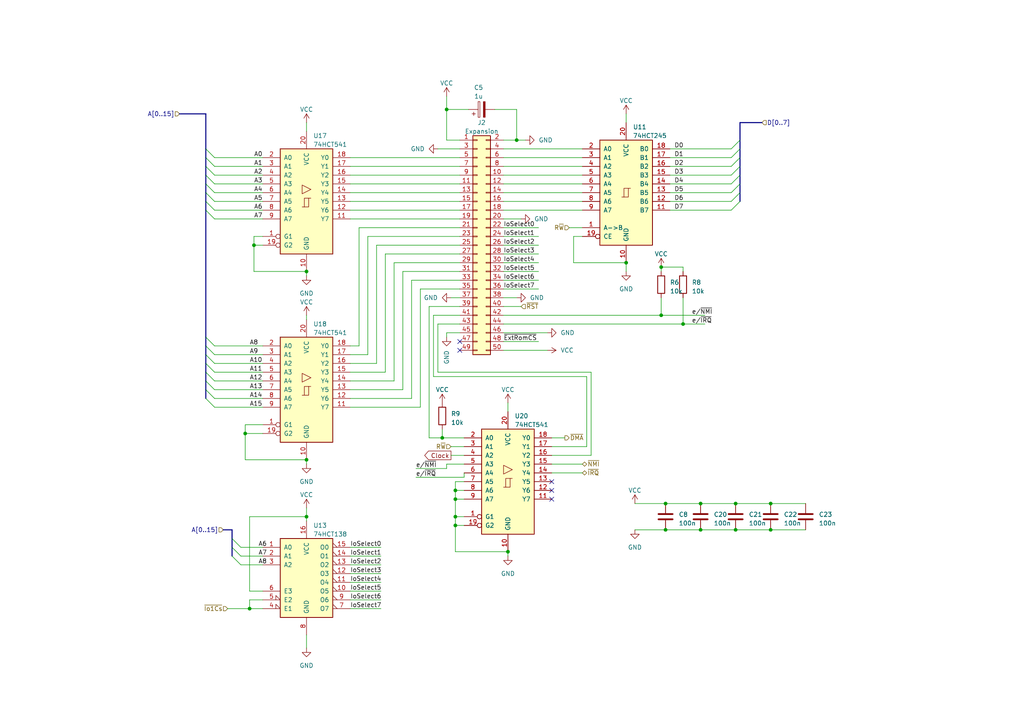
<source format=kicad_sch>
(kicad_sch (version 20231120) (generator "eeschema") (generator_version "8.0")
  (paper "A4")
  (lib_symbols
    (symbol "74xx:74HCT541" (pin_names (offset 1.016))
      (property "Reference" "U" (at -7.62 16.51 0))
      (property "Value" "74HCT541" (at -7.62 -16.51 0))
      (symbol "74HCT541_1_0"
        (polyline (pts (xy -0.635 -1.6002) (xy -0.635 0.9398) (xy 0.635 0.9398)))
        (polyline (pts (xy -1.27 -1.6002) (xy 0.635 -1.6002) (xy 0.635 0.9398) (xy 1.27 0.9398)))
        (polyline (pts (xy 1.27 3.4798) (xy -1.27 4.7498) (xy -1.27 2.2098) (xy 1.27 3.4798)) (stroke (width 0.1524)))
        (pin input inverted (at -12.7 -10.16 0) (length 5.08) (name "G1") (number "1"))
        (pin power_in line (at 0 -20.32 90) (length 5.08) (name "GND") (number "10"))
        (pin tri_state line (at 12.7 -5.08 180) (length 5.08) (name "Y7") (number "11"))
        (pin tri_state line (at 12.7 -2.54 180) (length 5.08) (name "Y6") (number "12"))
        (pin tri_state line (at 12.7 0 180) (length 5.08) (name "Y5") (number "13"))
        (pin tri_state line (at 12.7 2.54 180) (length 5.08) (name "Y4") (number "14"))
        (pin tri_state line (at 12.7 5.08 180) (length 5.08) (name "Y3") (number "15"))
        (pin tri_state line (at 12.7 7.62 180) (length 5.08) (name "Y2") (number "16"))
        (pin tri_state line (at 12.7 10.16 180) (length 5.08) (name "Y1") (number "17"))
        (pin tri_state line (at 12.7 12.7 180) (length 5.08) (name "Y0") (number "18"))
        (pin input inverted (at -12.7 -12.7 0) (length 5.08) (name "G2") (number "19"))
        (pin input line (at -12.7 12.7 0) (length 5.08) (name "A0") (number "2"))
        (pin power_in line (at 0 20.32 270) (length 5.08) (name "VCC") (number "20"))
        (pin input line (at -12.7 10.16 0) (length 5.08) (name "A1") (number "3"))
        (pin input line (at -12.7 7.62 0) (length 5.08) (name "A2") (number "4"))
        (pin input line (at -12.7 5.08 0) (length 5.08) (name "A3") (number "5"))
        (pin input line (at -12.7 2.54 0) (length 5.08) (name "A4") (number "6"))
        (pin input line (at -12.7 0 0) (length 5.08) (name "A5") (number "7"))
        (pin input line (at -12.7 -2.54 0) (length 5.08) (name "A6") (number "8"))
        (pin input line (at -12.7 -5.08 0) (length 5.08) (name "A7") (number "9"))
      )
      (symbol "74HCT541_1_1"
        (rectangle (start -7.62 15.24) (end 7.62 -15.24) (stroke (width 0.254)) (fill (type background)))
      )
    )
    (symbol "74xx:74LS138" (pin_names (offset 1.016))
      (property "Reference" "U" (at -7.62 11.43 0))
      (property "Value" "74LS138" (at -7.62 -13.97 0))
      (symbol "74LS138_1_0"
        (pin input line (at -12.7 7.62 0) (length 5.08) (name "A0") (number "1"))
        (pin output output_low (at 12.7 -5.08 180) (length 5.08) (name "O5") (number "10"))
        (pin output output_low (at 12.7 -2.54 180) (length 5.08) (name "O4") (number "11"))
        (pin output output_low (at 12.7 0 180) (length 5.08) (name "O3") (number "12"))
        (pin output output_low (at 12.7 2.54 180) (length 5.08) (name "O2") (number "13"))
        (pin output output_low (at 12.7 5.08 180) (length 5.08) (name "O1") (number "14"))
        (pin output output_low (at 12.7 7.62 180) (length 5.08) (name "O0") (number "15"))
        (pin power_in line (at 0 15.24 270) (length 5.08) (name "VCC") (number "16"))
        (pin input line (at -12.7 5.08 0) (length 5.08) (name "A1") (number "2"))
        (pin input line (at -12.7 2.54 0) (length 5.08) (name "A2") (number "3"))
        (pin input input_low (at -12.7 -10.16 0) (length 5.08) (name "E1") (number "4"))
        (pin input input_low (at -12.7 -7.62 0) (length 5.08) (name "E2") (number "5"))
        (pin input line (at -12.7 -5.08 0) (length 5.08) (name "E3") (number "6"))
        (pin output output_low (at 12.7 -10.16 180) (length 5.08) (name "O7") (number "7"))
        (pin power_in line (at 0 -17.78 90) (length 5.08) (name "GND") (number "8"))
        (pin output output_low (at 12.7 -7.62 180) (length 5.08) (name "O6") (number "9"))
      )
      (symbol "74LS138_1_1"
        (rectangle (start -7.62 10.16) (end 7.62 -12.7) (stroke (width 0.254)) (fill (type background)))
      )
    )
    (symbol "74xx:74LS245" (pin_names (offset 1.016))
      (property "Reference" "U" (at -7.62 16.51 0))
      (property "Value" "74LS245" (at -7.62 -16.51 0))
      (symbol "74LS245_1_0"
        (polyline (pts (xy -0.635 -1.27) (xy -0.635 1.27) (xy 0.635 1.27)))
        (polyline (pts (xy -1.27 -1.27) (xy 0.635 -1.27) (xy 0.635 1.27) (xy 1.27 1.27)))
        (pin input line (at -12.7 -10.16 0) (length 5.08) (name "A->B") (number "1"))
        (pin power_in line (at 0 -20.32 90) (length 5.08) (name "GND") (number "10"))
        (pin tri_state line (at 12.7 -5.08 180) (length 5.08) (name "B7") (number "11"))
        (pin tri_state line (at 12.7 -2.54 180) (length 5.08) (name "B6") (number "12"))
        (pin tri_state line (at 12.7 0 180) (length 5.08) (name "B5") (number "13"))
        (pin tri_state line (at 12.7 2.54 180) (length 5.08) (name "B4") (number "14"))
        (pin tri_state line (at 12.7 5.08 180) (length 5.08) (name "B3") (number "15"))
        (pin tri_state line (at 12.7 7.62 180) (length 5.08) (name "B2") (number "16"))
        (pin tri_state line (at 12.7 10.16 180) (length 5.08) (name "B1") (number "17"))
        (pin tri_state line (at 12.7 12.7 180) (length 5.08) (name "B0") (number "18"))
        (pin input inverted (at -12.7 -12.7 0) (length 5.08) (name "CE") (number "19"))
        (pin tri_state line (at -12.7 12.7 0) (length 5.08) (name "A0") (number "2"))
        (pin power_in line (at 0 20.32 270) (length 5.08) (name "VCC") (number "20"))
        (pin tri_state line (at -12.7 10.16 0) (length 5.08) (name "A1") (number "3"))
        (pin tri_state line (at -12.7 7.62 0) (length 5.08) (name "A2") (number "4"))
        (pin tri_state line (at -12.7 5.08 0) (length 5.08) (name "A3") (number "5"))
        (pin tri_state line (at -12.7 2.54 0) (length 5.08) (name "A4") (number "6"))
        (pin tri_state line (at -12.7 0 0) (length 5.08) (name "A5") (number "7"))
        (pin tri_state line (at -12.7 -2.54 0) (length 5.08) (name "A6") (number "8"))
        (pin tri_state line (at -12.7 -5.08 0) (length 5.08) (name "A7") (number "9"))
      )
      (symbol "74LS245_1_1"
        (rectangle (start -7.62 15.24) (end 7.62 -15.24) (stroke (width 0.254)) (fill (type background)))
      )
    )
    (symbol "Connector_Generic:Conn_02x25_Odd_Even" (pin_names (offset 1.016) hide)
      (property "Reference" "J" (at 1.27 33.02 0))
      (property "Value" "Conn_02x25_Odd_Even" (at 1.27 -33.02 0))
      (symbol "Conn_02x25_Odd_Even_1_1"
        (rectangle (start -1.27 -30.353) (end 0 -30.607) (stroke (width 0.1524)))
        (rectangle (start -1.27 -27.813) (end 0 -28.067) (stroke (width 0.1524)))
        (rectangle (start -1.27 -25.273) (end 0 -25.527) (stroke (width 0.1524)))
        (rectangle (start -1.27 -22.733) (end 0 -22.987) (stroke (width 0.1524)))
        (rectangle (start -1.27 -20.193) (end 0 -20.447) (stroke (width 0.1524)))
        (rectangle (start -1.27 -17.653) (end 0 -17.907) (stroke (width 0.1524)))
        (rectangle (start -1.27 -15.113) (end 0 -15.367) (stroke (width 0.1524)))
        (rectangle (start -1.27 -12.573) (end 0 -12.827) (stroke (width 0.1524)))
        (rectangle (start -1.27 -10.033) (end 0 -10.287) (stroke (width 0.1524)))
        (rectangle (start -1.27 -7.493) (end 0 -7.747) (stroke (width 0.1524)))
        (rectangle (start -1.27 -4.953) (end 0 -5.207) (stroke (width 0.1524)))
        (rectangle (start -1.27 -2.413) (end 0 -2.667) (stroke (width 0.1524)))
        (rectangle (start -1.27 0.127) (end 0 -0.127) (stroke (width 0.1524)))
        (rectangle (start -1.27 2.667) (end 0 2.413) (stroke (width 0.1524)))
        (rectangle (start -1.27 5.207) (end 0 4.953) (stroke (width 0.1524)))
        (rectangle (start -1.27 7.747) (end 0 7.493) (stroke (width 0.1524)))
        (rectangle (start -1.27 10.287) (end 0 10.033) (stroke (width 0.1524)))
        (rectangle (start -1.27 12.827) (end 0 12.573) (stroke (width 0.1524)))
        (rectangle (start -1.27 15.367) (end 0 15.113) (stroke (width 0.1524)))
        (rectangle (start -1.27 17.907) (end 0 17.653) (stroke (width 0.1524)))
        (rectangle (start -1.27 20.447) (end 0 20.193) (stroke (width 0.1524)))
        (rectangle (start -1.27 22.987) (end 0 22.733) (stroke (width 0.1524)))
        (rectangle (start -1.27 25.527) (end 0 25.273) (stroke (width 0.1524)))
        (rectangle (start -1.27 28.067) (end 0 27.813) (stroke (width 0.1524)))
        (rectangle (start -1.27 30.607) (end 0 30.353) (stroke (width 0.1524)))
        (rectangle (start -1.27 31.75) (end 3.81 -31.75) (stroke (width 0.254)) (fill (type background)))
        (rectangle (start 3.81 -30.353) (end 2.54 -30.607) (stroke (width 0.1524)))
        (rectangle (start 3.81 -27.813) (end 2.54 -28.067) (stroke (width 0.1524)))
        (rectangle (start 3.81 -25.273) (end 2.54 -25.527) (stroke (width 0.1524)))
        (rectangle (start 3.81 -22.733) (end 2.54 -22.987) (stroke (width 0.1524)))
        (rectangle (start 3.81 -20.193) (end 2.54 -20.447) (stroke (width 0.1524)))
        (rectangle (start 3.81 -17.653) (end 2.54 -17.907) (stroke (width 0.1524)))
        (rectangle (start 3.81 -15.113) (end 2.54 -15.367) (stroke (width 0.1524)))
        (rectangle (start 3.81 -12.573) (end 2.54 -12.827) (stroke (width 0.1524)))
        (rectangle (start 3.81 -10.033) (end 2.54 -10.287) (stroke (width 0.1524)))
        (rectangle (start 3.81 -7.493) (end 2.54 -7.747) (stroke (width 0.1524)))
        (rectangle (start 3.81 -4.953) (end 2.54 -5.207) (stroke (width 0.1524)))
        (rectangle (start 3.81 -2.413) (end 2.54 -2.667) (stroke (width 0.1524)))
        (rectangle (start 3.81 0.127) (end 2.54 -0.127) (stroke (width 0.1524)))
        (rectangle (start 3.81 2.667) (end 2.54 2.413) (stroke (width 0.1524)))
        (rectangle (start 3.81 5.207) (end 2.54 4.953) (stroke (width 0.1524)))
        (rectangle (start 3.81 7.747) (end 2.54 7.493) (stroke (width 0.1524)))
        (rectangle (start 3.81 10.287) (end 2.54 10.033) (stroke (width 0.1524)))
        (rectangle (start 3.81 12.827) (end 2.54 12.573) (stroke (width 0.1524)))
        (rectangle (start 3.81 15.367) (end 2.54 15.113) (stroke (width 0.1524)))
        (rectangle (start 3.81 17.907) (end 2.54 17.653) (stroke (width 0.1524)))
        (rectangle (start 3.81 20.447) (end 2.54 20.193) (stroke (width 0.1524)))
        (rectangle (start 3.81 22.987) (end 2.54 22.733) (stroke (width 0.1524)))
        (rectangle (start 3.81 25.527) (end 2.54 25.273) (stroke (width 0.1524)))
        (rectangle (start 3.81 28.067) (end 2.54 27.813) (stroke (width 0.1524)))
        (rectangle (start 3.81 30.607) (end 2.54 30.353) (stroke (width 0.1524)))
        (pin passive line (at -5.08 30.48 0) (length 3.81) (name "Pin_1") (number "1"))
        (pin passive line (at 7.62 20.32 180) (length 3.81) (name "Pin_10") (number "10"))
        (pin passive line (at -5.08 17.78 0) (length 3.81) (name "Pin_11") (number "11"))
        (pin passive line (at 7.62 17.78 180) (length 3.81) (name "Pin_12") (number "12"))
        (pin passive line (at -5.08 15.24 0) (length 3.81) (name "Pin_13") (number "13"))
        (pin passive line (at 7.62 15.24 180) (length 3.81) (name "Pin_14") (number "14"))
        (pin passive line (at -5.08 12.7 0) (length 3.81) (name "Pin_15") (number "15"))
        (pin passive line (at 7.62 12.7 180) (length 3.81) (name "Pin_16") (number "16"))
        (pin passive line (at -5.08 10.16 0) (length 3.81) (name "Pin_17") (number "17"))
        (pin passive line (at 7.62 10.16 180) (length 3.81) (name "Pin_18") (number "18"))
        (pin passive line (at -5.08 7.62 0) (length 3.81) (name "Pin_19") (number "19"))
        (pin passive line (at 7.62 30.48 180) (length 3.81) (name "Pin_2") (number "2"))
        (pin passive line (at 7.62 7.62 180) (length 3.81) (name "Pin_20") (number "20"))
        (pin passive line (at -5.08 5.08 0) (length 3.81) (name "Pin_21") (number "21"))
        (pin passive line (at 7.62 5.08 180) (length 3.81) (name "Pin_22") (number "22"))
        (pin passive line (at -5.08 2.54 0) (length 3.81) (name "Pin_23") (number "23"))
        (pin passive line (at 7.62 2.54 180) (length 3.81) (name "Pin_24") (number "24"))
        (pin passive line (at -5.08 0 0) (length 3.81) (name "Pin_25") (number "25"))
        (pin passive line (at 7.62 0 180) (length 3.81) (name "Pin_26") (number "26"))
        (pin passive line (at -5.08 -2.54 0) (length 3.81) (name "Pin_27") (number "27"))
        (pin passive line (at 7.62 -2.54 180) (length 3.81) (name "Pin_28") (number "28"))
        (pin passive line (at -5.08 -5.08 0) (length 3.81) (name "Pin_29") (number "29"))
        (pin passive line (at -5.08 27.94 0) (length 3.81) (name "Pin_3") (number "3"))
        (pin passive line (at 7.62 -5.08 180) (length 3.81) (name "Pin_30") (number "30"))
        (pin passive line (at -5.08 -7.62 0) (length 3.81) (name "Pin_31") (number "31"))
        (pin passive line (at 7.62 -7.62 180) (length 3.81) (name "Pin_32") (number "32"))
        (pin passive line (at -5.08 -10.16 0) (length 3.81) (name "Pin_33") (number "33"))
        (pin passive line (at 7.62 -10.16 180) (length 3.81) (name "Pin_34") (number "34"))
        (pin passive line (at -5.08 -12.7 0) (length 3.81) (name "Pin_35") (number "35"))
        (pin passive line (at 7.62 -12.7 180) (length 3.81) (name "Pin_36") (number "36"))
        (pin passive line (at -5.08 -15.24 0) (length 3.81) (name "Pin_37") (number "37"))
        (pin passive line (at 7.62 -15.24 180) (length 3.81) (name "Pin_38") (number "38"))
        (pin passive line (at -5.08 -17.78 0) (length 3.81) (name "Pin_39") (number "39"))
        (pin passive line (at 7.62 27.94 180) (length 3.81) (name "Pin_4") (number "4"))
        (pin passive line (at 7.62 -17.78 180) (length 3.81) (name "Pin_40") (number "40"))
        (pin passive line (at -5.08 -20.32 0) (length 3.81) (name "Pin_41") (number "41"))
        (pin passive line (at 7.62 -20.32 180) (length 3.81) (name "Pin_42") (number "42"))
        (pin passive line (at -5.08 -22.86 0) (length 3.81) (name "Pin_43") (number "43"))
        (pin passive line (at 7.62 -22.86 180) (length 3.81) (name "Pin_44") (number "44"))
        (pin passive line (at -5.08 -25.4 0) (length 3.81) (name "Pin_45") (number "45"))
        (pin passive line (at 7.62 -25.4 180) (length 3.81) (name "Pin_46") (number "46"))
        (pin passive line (at -5.08 -27.94 0) (length 3.81) (name "Pin_47") (number "47"))
        (pin passive line (at 7.62 -27.94 180) (length 3.81) (name "Pin_48") (number "48"))
        (pin passive line (at -5.08 -30.48 0) (length 3.81) (name "Pin_49") (number "49"))
        (pin passive line (at -5.08 25.4 0) (length 3.81) (name "Pin_5") (number "5"))
        (pin passive line (at 7.62 -30.48 180) (length 3.81) (name "Pin_50") (number "50"))
        (pin passive line (at 7.62 25.4 180) (length 3.81) (name "Pin_6") (number "6"))
        (pin passive line (at -5.08 22.86 0) (length 3.81) (name "Pin_7") (number "7"))
        (pin passive line (at 7.62 22.86 180) (length 3.81) (name "Pin_8") (number "8"))
        (pin passive line (at -5.08 20.32 0) (length 3.81) (name "Pin_9") (number "9"))
      )
    )
    (symbol "Device:C" (pin_numbers hide) (pin_names (offset 0.254))
      (property "Reference" "C" (at 0.635 2.54 0))
      (property "Value" "C" (at 0.635 -2.54 0))
      (symbol "C_0_1"
        (polyline (pts (xy -2.032 -0.762) (xy 2.032 -0.762)) (stroke (width 0.508)))
        (polyline (pts (xy -2.032 0.762) (xy 2.032 0.762)) (stroke (width 0.508)))
      )
      (symbol "C_1_1"
        (pin passive line (at 0 3.81 270) (length 2.794) (name "~") (number "1"))
        (pin passive line (at 0 -3.81 90) (length 2.794) (name "~") (number "2"))
      )
    )
    (symbol "Device:C_Polarized" (pin_numbers hide) (pin_names (offset 0.254))
      (property "Reference" "C" (at 0.635 2.54 0))
      (property "Value" "C_Polarized" (at 0.635 -2.54 0))
      (symbol "C_Polarized_0_1"
        (rectangle (start -2.286 0.508) (end 2.286 1.016))
        (polyline (pts (xy -1.778 2.286) (xy -0.762 2.286)))
        (polyline (pts (xy -1.27 2.794) (xy -1.27 1.778)))
        (rectangle (start 2.286 -0.508) (end -2.286 -1.016) (fill (type outline)))
      )
      (symbol "C_Polarized_1_1"
        (pin passive line (at 0 3.81 270) (length 2.794) (name "~") (number "1"))
        (pin passive line (at 0 -3.81 90) (length 2.794) (name "~") (number "2"))
      )
    )
    (symbol "Device:R" (pin_numbers hide) (pin_names (offset 0))
      (property "Reference" "R" (at 2.032 0 90))
      (property "Value" "R" (at 0 0 90))
      (symbol "R_0_1"
        (rectangle (start -1.016 -2.54) (end 1.016 2.54) (stroke (width 0.254)))
      )
      (symbol "R_1_1"
        (pin passive line (at 0 3.81 270) (length 1.27) (name "~") (number "1"))
        (pin passive line (at 0 -3.81 90) (length 1.27) (name "~") (number "2"))
      )
    )
    (symbol "power:GND" (power) (pin_names (offset 0))
      (property "Value" "GND" (at 0 -3.81 0))
      (symbol "GND_0_1"
        (polyline (pts (xy 0 0) (xy 0 -1.27) (xy 1.27 -1.27) (xy 0 -2.54) (xy -1.27 -1.27) (xy 0 -1.27)))
      )
      (symbol "GND_1_1"
        (pin power_in line (at 0 0 270) (length 0) hide (name "GND") (number "1"))
      )
    )
    (symbol "power:VCC" (power) (pin_names (offset 0))
      (property "Value" "VCC" (at 0 3.81 0))
      (symbol "VCC_0_1"
        (polyline (pts (xy -0.762 1.27) (xy 0 2.54)))
        (polyline (pts (xy 0 0) (xy 0 2.54)))
        (polyline (pts (xy 0 2.54) (xy 0.762 1.27)))
      )
      (symbol "VCC_1_1"
        (pin power_in line (at 0 0 90) (length 0) hide (name "VCC") (number "1"))
      )
    )
  )
  (junction (at 223.52 153.67))
  (junction (at 193.04 146.05))
  (junction (at 132.08 152.4))
  (junction (at 149.86 40.64))
  (junction (at 191.77 91.44))
  (junction (at 213.36 146.05))
  (junction (at 213.36 153.67))
  (junction (at 73.66 71.12))
  (junction (at 132.08 142.24))
  (junction (at 88.9 78.74))
  (junction (at 181.61 76.2))
  (junction (at 191.77 77.47))
  (junction (at 129.54 31.75))
  (junction (at 71.12 125.73))
  (junction (at 203.2 153.67))
  (junction (at 88.9 133.35))
  (junction (at 193.04 153.67))
  (junction (at 128.27 127))
  (junction (at 132.08 144.78))
  (junction (at 147.32 160.02))
  (junction (at 88.9 149.86))
  (junction (at 72.39 176.53))
  (junction (at 223.52 146.05))
  (junction (at 203.2 146.05))
  (junction (at 132.08 149.86))
  (junction (at 198.12 93.98))
  (no_connect (at 160.02 144.78))
  (no_connect (at 160.02 142.24))
  (no_connect (at 133.35 99.06))
  (no_connect (at 160.02 139.7))
  (no_connect (at 133.35 101.6))
  (bus_entry (at 214.63 40.64) (size -2.54 2.54))
  (bus_entry (at 59.69 102.87) (size 2.54 2.54))
  (bus_entry (at 59.69 100.33) (size 2.54 2.54))
  (bus_entry (at 59.69 107.95) (size 2.54 2.54))
  (bus_entry (at 59.69 48.26) (size 2.54 2.54))
  (bus_entry (at 214.63 50.8) (size -2.54 2.54))
  (bus_entry (at 214.63 43.18) (size -2.54 2.54))
  (bus_entry (at 214.63 53.34) (size -2.54 2.54))
  (bus_entry (at 59.69 50.8) (size 2.54 2.54))
  (bus_entry (at 59.69 110.49) (size 2.54 2.54))
  (bus_entry (at 59.69 58.42) (size 2.54 2.54))
  (bus_entry (at 59.69 45.72) (size 2.54 2.54))
  (bus_entry (at 67.31 156.21) (size 2.54 2.54))
  (bus_entry (at 214.63 48.26) (size -2.54 2.54))
  (bus_entry (at 59.69 60.96) (size 2.54 2.54))
  (bus_entry (at 214.63 45.72) (size -2.54 2.54))
  (bus_entry (at 59.69 115.57) (size 2.54 2.54))
  (bus_entry (at 67.31 158.75) (size 2.54 2.54))
  (bus_entry (at 59.69 105.41) (size 2.54 2.54))
  (bus_entry (at 59.69 43.18) (size 2.54 2.54))
  (bus_entry (at 67.31 161.29) (size 2.54 2.54))
  (bus_entry (at 214.63 58.42) (size -2.54 2.54))
  (bus_entry (at 59.69 53.34) (size 2.54 2.54))
  (bus_entry (at 59.69 97.79) (size 2.54 2.54))
  (bus_entry (at 214.63 55.88) (size -2.54 2.54))
  (bus_entry (at 59.69 113.03) (size 2.54 2.54))
  (bus_entry (at 59.69 55.88) (size 2.54 2.54))
  (wire (pts (xy 191.77 86.36) (xy 191.77 91.44)))
  (wire (pts (xy 71.12 125.73) (xy 71.12 133.35)))
  (wire (pts (xy 101.6 55.88) (xy 133.35 55.88)))
  (wire (pts (xy 71.12 123.19) (xy 71.12 125.73)))
  (wire (pts (xy 132.08 142.24) (xy 132.08 144.78)))
  (wire (pts (xy 168.91 134.62) (xy 160.02 134.62)))
  (wire (pts (xy 128.27 127) (xy 134.62 127)))
  (wire (pts (xy 76.2 123.19) (xy 71.12 123.19)))
  (wire (pts (xy 119.38 81.28) (xy 119.38 115.57)))
  (wire (pts (xy 62.23 110.49) (xy 76.2 110.49)))
  (wire (pts (xy 132.08 139.7) (xy 132.08 142.24)))
  (wire (pts (xy 109.22 105.41) (xy 109.22 71.12)))
  (wire (pts (xy 62.23 115.57) (xy 76.2 115.57)))
  (wire (pts (xy 160.02 132.08) (xy 171.45 132.08)))
  (wire (pts (xy 146.05 81.28) (xy 156.21 81.28)))
  (bus (pts (xy 59.69 48.26) (xy 59.69 50.8)))
  (wire (pts (xy 76.2 173.99) (xy 72.39 173.99)))
  (wire (pts (xy 146.05 71.12) (xy 156.21 71.12)))
  (wire (pts (xy 101.6 118.11) (xy 121.92 118.11)))
  (wire (pts (xy 72.39 149.86) (xy 88.9 149.86)))
  (bus (pts (xy 59.69 105.41) (xy 59.69 107.95)))
  (wire (pts (xy 101.6 161.29) (xy 110.49 161.29)))
  (wire (pts (xy 191.77 78.74) (xy 191.77 77.47)))
  (wire (pts (xy 69.85 163.83) (xy 76.2 163.83)))
  (wire (pts (xy 203.2 153.67) (xy 213.36 153.67)))
  (wire (pts (xy 62.23 50.8) (xy 76.2 50.8)))
  (wire (pts (xy 146.05 43.18) (xy 168.91 43.18)))
  (bus (pts (xy 59.69 53.34) (xy 59.69 55.88)))
  (wire (pts (xy 62.23 107.95) (xy 76.2 107.95)))
  (wire (pts (xy 101.6 113.03) (xy 116.84 113.03)))
  (bus (pts (xy 214.63 43.18) (xy 214.63 45.72)))
  (wire (pts (xy 151.13 88.9) (xy 146.05 88.9)))
  (wire (pts (xy 146.05 60.96) (xy 168.91 60.96)))
  (wire (pts (xy 149.86 31.75) (xy 149.86 40.64)))
  (wire (pts (xy 129.54 97.79) (xy 129.54 96.52)))
  (wire (pts (xy 193.04 153.67) (xy 203.2 153.67)))
  (wire (pts (xy 73.66 68.58) (xy 73.66 71.12)))
  (wire (pts (xy 223.52 153.67) (xy 233.68 153.67)))
  (wire (pts (xy 101.6 58.42) (xy 133.35 58.42)))
  (wire (pts (xy 223.52 146.05) (xy 233.68 146.05)))
  (bus (pts (xy 59.69 102.87) (xy 59.69 105.41)))
  (wire (pts (xy 73.66 71.12) (xy 76.2 71.12)))
  (wire (pts (xy 212.09 43.18) (xy 194.31 43.18)))
  (wire (pts (xy 101.6 53.34) (xy 133.35 53.34)))
  (wire (pts (xy 146.05 40.64) (xy 149.86 40.64)))
  (bus (pts (xy 67.31 158.75) (xy 67.31 161.29)))
  (wire (pts (xy 129.54 96.52) (xy 133.35 96.52)))
  (wire (pts (xy 88.9 91.44) (xy 88.9 92.71)))
  (wire (pts (xy 62.23 45.72) (xy 76.2 45.72)))
  (wire (pts (xy 191.77 91.44) (xy 204.47 91.44)))
  (bus (pts (xy 59.69 100.33) (xy 59.69 102.87)))
  (wire (pts (xy 147.32 116.84) (xy 147.32 119.38)))
  (wire (pts (xy 116.84 113.03) (xy 116.84 78.74)))
  (wire (pts (xy 106.68 102.87) (xy 106.68 68.58)))
  (wire (pts (xy 62.23 60.96) (xy 76.2 60.96)))
  (wire (pts (xy 146.05 55.88) (xy 168.91 55.88)))
  (wire (pts (xy 129.54 31.75) (xy 135.89 31.75)))
  (wire (pts (xy 129.54 134.62) (xy 134.62 134.62)))
  (wire (pts (xy 128.27 124.46) (xy 128.27 127)))
  (wire (pts (xy 147.32 160.02) (xy 147.32 161.29)))
  (wire (pts (xy 120.65 138.43) (xy 134.62 138.43)))
  (wire (pts (xy 198.12 86.36) (xy 198.12 93.98)))
  (wire (pts (xy 194.31 55.88) (xy 212.09 55.88)))
  (wire (pts (xy 101.6 60.96) (xy 133.35 60.96)))
  (wire (pts (xy 170.18 129.54) (xy 170.18 109.22)))
  (wire (pts (xy 146.05 93.98) (xy 198.12 93.98)))
  (bus (pts (xy 52.07 33.02) (xy 59.69 33.02)))
  (wire (pts (xy 101.6 158.75) (xy 110.49 158.75)))
  (wire (pts (xy 146.05 76.2) (xy 156.21 76.2)))
  (wire (pts (xy 132.08 152.4) (xy 132.08 160.02)))
  (wire (pts (xy 134.62 139.7) (xy 132.08 139.7)))
  (wire (pts (xy 129.54 40.64) (xy 133.35 40.64)))
  (wire (pts (xy 134.62 149.86) (xy 132.08 149.86)))
  (wire (pts (xy 194.31 45.72) (xy 212.09 45.72)))
  (wire (pts (xy 121.92 118.11) (xy 121.92 83.82)))
  (wire (pts (xy 166.37 68.58) (xy 166.37 76.2)))
  (wire (pts (xy 111.76 73.66) (xy 111.76 107.95)))
  (wire (pts (xy 109.22 71.12) (xy 133.35 71.12)))
  (wire (pts (xy 62.23 63.5) (xy 76.2 63.5)))
  (wire (pts (xy 129.54 135.89) (xy 129.54 134.62)))
  (wire (pts (xy 165.1 66.04) (xy 168.91 66.04)))
  (wire (pts (xy 213.36 153.67) (xy 223.52 153.67)))
  (wire (pts (xy 168.91 68.58) (xy 166.37 68.58)))
  (wire (pts (xy 71.12 133.35) (xy 88.9 133.35)))
  (wire (pts (xy 146.05 58.42) (xy 168.91 58.42)))
  (bus (pts (xy 214.63 35.56) (xy 214.63 40.64)))
  (wire (pts (xy 149.86 86.36) (xy 146.05 86.36)))
  (wire (pts (xy 101.6 173.99) (xy 110.49 173.99)))
  (wire (pts (xy 101.6 163.83) (xy 110.49 163.83)))
  (wire (pts (xy 119.38 115.57) (xy 101.6 115.57)))
  (wire (pts (xy 76.2 68.58) (xy 73.66 68.58)))
  (wire (pts (xy 129.54 27.94) (xy 129.54 31.75)))
  (bus (pts (xy 67.31 153.67) (xy 67.31 156.21)))
  (wire (pts (xy 194.31 53.34) (xy 212.09 53.34)))
  (wire (pts (xy 146.05 78.74) (xy 156.21 78.74)))
  (wire (pts (xy 73.66 78.74) (xy 88.9 78.74)))
  (wire (pts (xy 104.14 66.04) (xy 104.14 100.33)))
  (wire (pts (xy 133.35 76.2) (xy 114.3 76.2)))
  (wire (pts (xy 88.9 149.86) (xy 88.9 151.13)))
  (wire (pts (xy 121.92 83.82) (xy 133.35 83.82)))
  (wire (pts (xy 62.23 113.03) (xy 76.2 113.03)))
  (wire (pts (xy 132.08 149.86) (xy 132.08 152.4)))
  (wire (pts (xy 130.81 129.54) (xy 134.62 129.54)))
  (wire (pts (xy 171.45 132.08) (xy 171.45 107.95)))
  (wire (pts (xy 88.9 133.35) (xy 88.9 134.62)))
  (bus (pts (xy 59.69 110.49) (xy 59.69 113.03)))
  (wire (pts (xy 130.81 132.08) (xy 134.62 132.08)))
  (bus (pts (xy 214.63 50.8) (xy 214.63 53.34)))
  (bus (pts (xy 59.69 58.42) (xy 59.69 60.96)))
  (wire (pts (xy 76.2 171.45) (xy 72.39 171.45)))
  (wire (pts (xy 62.23 58.42) (xy 76.2 58.42)))
  (wire (pts (xy 101.6 171.45) (xy 110.49 171.45)))
  (wire (pts (xy 125.73 91.44) (xy 133.35 91.44)))
  (wire (pts (xy 114.3 110.49) (xy 101.6 110.49)))
  (wire (pts (xy 101.6 45.72) (xy 133.35 45.72)))
  (wire (pts (xy 146.05 73.66) (xy 156.21 73.66)))
  (wire (pts (xy 101.6 63.5) (xy 133.35 63.5)))
  (bus (pts (xy 59.69 43.18) (xy 59.69 45.72)))
  (wire (pts (xy 184.15 153.67) (xy 193.04 153.67)))
  (wire (pts (xy 130.81 86.36) (xy 133.35 86.36)))
  (wire (pts (xy 170.18 109.22) (xy 125.73 109.22)))
  (wire (pts (xy 171.45 107.95) (xy 127 107.95)))
  (bus (pts (xy 59.69 113.03) (xy 59.69 115.57)))
  (bus (pts (xy 214.63 48.26) (xy 214.63 50.8)))
  (wire (pts (xy 69.85 158.75) (xy 76.2 158.75)))
  (wire (pts (xy 146.05 45.72) (xy 168.91 45.72)))
  (wire (pts (xy 213.36 146.05) (xy 223.52 146.05)))
  (wire (pts (xy 101.6 166.37) (xy 110.49 166.37)))
  (wire (pts (xy 62.23 102.87) (xy 76.2 102.87)))
  (wire (pts (xy 163.83 127) (xy 160.02 127)))
  (wire (pts (xy 198.12 93.98) (xy 204.47 93.98)))
  (wire (pts (xy 127 107.95) (xy 127 93.98)))
  (wire (pts (xy 132.08 144.78) (xy 134.62 144.78)))
  (wire (pts (xy 124.46 127) (xy 128.27 127)))
  (wire (pts (xy 132.08 152.4) (xy 134.62 152.4)))
  (wire (pts (xy 160.02 129.54) (xy 170.18 129.54)))
  (wire (pts (xy 127 93.98) (xy 133.35 93.98)))
  (bus (pts (xy 220.98 35.56) (xy 214.63 35.56)))
  (wire (pts (xy 66.04 176.53) (xy 72.39 176.53)))
  (bus (pts (xy 59.69 33.02) (xy 59.69 43.18)))
  (bus (pts (xy 214.63 45.72) (xy 214.63 48.26)))
  (wire (pts (xy 132.08 142.24) (xy 134.62 142.24)))
  (wire (pts (xy 146.05 48.26) (xy 168.91 48.26)))
  (wire (pts (xy 133.35 81.28) (xy 119.38 81.28)))
  (wire (pts (xy 156.21 66.04) (xy 146.05 66.04)))
  (wire (pts (xy 101.6 105.41) (xy 109.22 105.41)))
  (wire (pts (xy 181.61 33.02) (xy 181.61 35.56)))
  (wire (pts (xy 193.04 146.05) (xy 203.2 146.05)))
  (wire (pts (xy 194.31 58.42) (xy 212.09 58.42)))
  (bus (pts (xy 67.31 156.21) (xy 67.31 158.75)))
  (wire (pts (xy 146.05 53.34) (xy 168.91 53.34)))
  (bus (pts (xy 59.69 107.95) (xy 59.69 110.49)))
  (wire (pts (xy 120.65 135.89) (xy 129.54 135.89)))
  (wire (pts (xy 62.23 55.88) (xy 76.2 55.88)))
  (wire (pts (xy 88.9 184.15) (xy 88.9 187.96)))
  (bus (pts (xy 59.69 50.8) (xy 59.69 53.34)))
  (wire (pts (xy 72.39 171.45) (xy 72.39 149.86)))
  (wire (pts (xy 194.31 50.8) (xy 212.09 50.8)))
  (wire (pts (xy 101.6 102.87) (xy 106.68 102.87)))
  (wire (pts (xy 168.91 137.16) (xy 160.02 137.16)))
  (wire (pts (xy 88.9 78.74) (xy 88.9 80.01)))
  (wire (pts (xy 62.23 53.34) (xy 76.2 53.34)))
  (wire (pts (xy 106.68 68.58) (xy 133.35 68.58)))
  (wire (pts (xy 111.76 107.95) (xy 101.6 107.95)))
  (wire (pts (xy 184.15 146.05) (xy 193.04 146.05)))
  (wire (pts (xy 158.75 101.6) (xy 146.05 101.6)))
  (bus (pts (xy 214.63 55.88) (xy 214.63 58.42)))
  (bus (pts (xy 59.69 60.96) (xy 59.69 97.79)))
  (wire (pts (xy 132.08 144.78) (xy 132.08 149.86)))
  (wire (pts (xy 104.14 100.33) (xy 101.6 100.33)))
  (wire (pts (xy 143.51 31.75) (xy 149.86 31.75)))
  (wire (pts (xy 194.31 48.26) (xy 212.09 48.26)))
  (wire (pts (xy 62.23 118.11) (xy 76.2 118.11)))
  (wire (pts (xy 146.05 91.44) (xy 191.77 91.44)))
  (bus (pts (xy 59.69 97.79) (xy 59.69 100.33)))
  (wire (pts (xy 62.23 100.33) (xy 76.2 100.33)))
  (wire (pts (xy 198.12 77.47) (xy 191.77 77.47)))
  (wire (pts (xy 127 43.18) (xy 133.35 43.18)))
  (wire (pts (xy 104.14 66.04) (xy 133.35 66.04)))
  (bus (pts (xy 59.69 45.72) (xy 59.69 48.26)))
  (bus (pts (xy 59.69 55.88) (xy 59.69 58.42)))
  (wire (pts (xy 146.05 83.82) (xy 156.21 83.82)))
  (wire (pts (xy 73.66 71.12) (xy 73.66 78.74)))
  (wire (pts (xy 146.05 50.8) (xy 168.91 50.8)))
  (wire (pts (xy 72.39 173.99) (xy 72.39 176.53)))
  (wire (pts (xy 101.6 168.91) (xy 110.49 168.91)))
  (wire (pts (xy 101.6 176.53) (xy 110.49 176.53)))
  (wire (pts (xy 72.39 176.53) (xy 76.2 176.53)))
  (wire (pts (xy 129.54 31.75) (xy 129.54 40.64)))
  (wire (pts (xy 114.3 76.2) (xy 114.3 110.49)))
  (wire (pts (xy 166.37 76.2) (xy 181.61 76.2)))
  (wire (pts (xy 181.61 78.74) (xy 181.61 76.2)))
  (wire (pts (xy 149.86 40.64) (xy 152.4 40.64)))
  (wire (pts (xy 151.13 63.5) (xy 146.05 63.5)))
  (wire (pts (xy 116.84 78.74) (xy 133.35 78.74)))
  (wire (pts (xy 88.9 147.32) (xy 88.9 149.86)))
  (wire (pts (xy 111.76 73.66) (xy 133.35 73.66)))
  (wire (pts (xy 146.05 99.06) (xy 156.21 99.06)))
  (wire (pts (xy 146.05 68.58) (xy 156.21 68.58)))
  (wire (pts (xy 134.62 138.43) (xy 134.62 137.16)))
  (bus (pts (xy 214.63 40.64) (xy 214.63 43.18)))
  (wire (pts (xy 71.12 125.73) (xy 76.2 125.73)))
  (wire (pts (xy 125.73 109.22) (xy 125.73 91.44)))
  (bus (pts (xy 64.77 153.67) (xy 67.31 153.67)))
  (wire (pts (xy 158.75 96.52) (xy 146.05 96.52)))
  (wire (pts (xy 124.46 88.9) (xy 124.46 127)))
  (wire (pts (xy 62.23 105.41) (xy 76.2 105.41)))
  (wire (pts (xy 194.31 60.96) (xy 212.09 60.96)))
  (wire (pts (xy 101.6 50.8) (xy 133.35 50.8)))
  (wire (pts (xy 124.46 88.9) (xy 133.35 88.9)))
  (wire (pts (xy 198.12 78.74) (xy 198.12 77.47)))
  (wire (pts (xy 62.23 48.26) (xy 76.2 48.26)))
  (bus (pts (xy 214.63 53.34) (xy 214.63 55.88)))
  (wire (pts (xy 88.9 35.56) (xy 88.9 38.1)))
  (wire (pts (xy 101.6 48.26) (xy 133.35 48.26)))
  (wire (pts (xy 203.2 146.05) (xy 213.36 146.05)))
  (wire (pts (xy 132.08 160.02) (xy 147.32 160.02)))
  (wire (pts (xy 69.85 161.29) (xy 76.2 161.29)))
  (label "A2" (at 73.66 50.8 0))
  (label "e{slash}~{IRQ}" (at 120.65 138.43 0))
  (label "IoSelect4" (at 146.05 76.2 0))
  (label "A3" (at 73.66 53.34 0))
  (label "IoSelect5" (at 146.05 78.74 0))
  (label "e{slash}~{IRQ}" (at 200.66 93.98 0))
  (label "IoSelect2" (at 101.6 163.83 0))
  (label "IoSelect1" (at 101.6 161.29 0))
  (label "A15" (at 72.39 118.11 0))
  (label "IoSelect6" (at 146.05 81.28 0))
  (label "e{slash}~{NMI}" (at 200.66 91.44 0))
  (label "A14" (at 72.39 115.57 0))
  (label "IoSelect2" (at 146.05 71.12 0))
  (label "IoSelect7" (at 101.6 176.53 0))
  (label "D2" (at 195.58 48.26 0))
  (label "A13" (at 72.39 113.03 0))
  (label "A10" (at 72.39 105.41 0))
  (label "A7" (at 74.93 161.29 0))
  (label "A9" (at 72.39 102.87 0))
  (label "D6" (at 195.58 58.42 0))
  (label "D7" (at 195.58 60.96 0))
  (label "D0" (at 195.58 43.18 0))
  (label "IoSelect1" (at 146.05 68.58 0))
  (label "IoSelect6" (at 101.6 173.99 0))
  (label "IoSelect0" (at 146.05 66.04 0))
  (label "IoSelect5" (at 101.6 171.45 0))
  (label "IoSelect7" (at 146.05 83.82 0))
  (label "A8" (at 74.93 163.83 0))
  (label "IoSelect0" (at 101.6 158.75 0))
  (label "A6" (at 74.93 158.75 0))
  (label "A11" (at 72.39 107.95 0))
  (label "e{slash}~{NMI}" (at 120.65 135.89 0))
  (label "D1" (at 195.58 45.72 0))
  (label "A5" (at 73.66 58.42 0))
  (label "D4" (at 195.58 53.34 0))
  (label "IoSelect3" (at 101.6 166.37 0))
  (label "A8" (at 72.39 100.33 0))
  (label "IoSelect4" (at 101.6 168.91 0))
  (label "IoSelect3" (at 146.05 73.66 0))
  (label "A1" (at 73.66 48.26 0))
  (label "A0" (at 73.66 45.72 0))
  (label "A4" (at 73.66 55.88 0))
  (label "A6" (at 73.66 60.96 0))
  (label "~{ExtRomCS}" (at 146.05 99.06 0))
  (label "A7" (at 73.66 63.5 0))
  (label "A12" (at 72.39 110.49 0))
  (label "D5" (at 195.58 55.88 0))
  (label "D3" (at 195.58 50.8 0))
  (global_label "Clock" (shape output) (at 130.81 132.08 180) (property "Intersheetrefs" "${INTERSHEET_REFS}" (effects (hide yes))))
  (hierarchical_label "~{IRQ}" (shape bidirectional) (at 168.91 137.16 0))
  (hierarchical_label "~{Io1Cs}" (shape input) (at 66.04 176.53 180))
  (hierarchical_label "~{NMI}" (shape bidirectional) (at 168.91 134.62 0))
  (hierarchical_label "A[0..15]" (shape input) (at 52.07 33.02 180))
  (hierarchical_label "~{DMA}" (shape output) (at 163.83 127 0))
  (hierarchical_label "~{RST}" (shape input) (at 151.13 88.9 0))
  (hierarchical_label "D[0..7]" (shape input) (at 220.98 35.56 0))
  (hierarchical_label "A[0..15]" (shape input) (at 64.77 153.67 180))
  (hierarchical_label "R~{W}" (shape input) (at 165.1 66.04 180))
  (hierarchical_label "R~{W}" (shape input) (at 130.81 129.54 180))
  (symbol (lib_id "74xx:74LS245") (at 181.61 55.88 0) (unit 1)
    (property "Reference" "U11" (at 183.5659 36.83 0) (effects (justify left)))
    (property "Value" "74HCT245" (at 183.5659 39.37 0) (effects (justify left)))
    (property "Footprint" "Package_DIP:DIP-20_W7.62mm" (effects (hide yes)))
    (property "Datasheet" "http://www.ti.com/lit/gpn/sn74LS245" (effects (hide yes)))
  )
  (symbol (lib_id "power:GND") (at 152.4 40.64 90) (mirror x) (unit 1)
    (property "Reference" "#PWR060" (effects (hide yes)))
    (property "Value" "GND" (at 156.21 40.64 90) (effects (justify right)))
  )
  (symbol (lib_id "Device:C") (at 193.04 149.86 0) (unit 1)
    (property "Reference" "C8" (at 196.85 149.225 0) (effects (justify left)))
    (property "Value" "100n" (at 196.85 151.765 0) (effects (justify left)))
    (property "Footprint" "Capacitor_THT:C_Disc_D3.8mm_W2.6mm_P2.50mm" (effects (hide yes)))
  )
  (symbol (lib_id "power:VCC") (at 88.9 91.44 0) (unit 1)
    (property "Reference" "#PWR033" (effects (hide yes)))
    (property "Value" "VCC" (at 88.9 87.63 0))
  )
  (symbol (lib_id "power:VCC") (at 158.75 101.6 270) (unit 1)
    (property "Reference" "#PWR069" (effects (hide yes)))
    (property "Value" "VCC" (at 162.56 101.5999 90) (effects (justify left)))
  )
  (symbol (lib_id "power:VCC") (at 147.32 116.84 0) (unit 1)
    (property "Reference" "#PWR070" (effects (hide yes)))
    (property "Value" "VCC" (at 147.32 113.03 0))
  )
  (symbol (lib_id "power:VCC") (at 191.77 77.47 0) (unit 1)
    (property "Reference" "#PWR048" (effects (hide yes)))
    (property "Value" "VCC" (at 191.77 73.66 0))
  )
  (symbol (lib_id "power:GND") (at 158.75 96.52 90) (mirror x) (unit 1)
    (property "Reference" "#PWR065" (effects (hide yes)))
    (property "Value" "GND" (at 162.56 96.52 90) (effects (justify right)))
  )
  (symbol (lib_id "power:GND") (at 88.9 187.96 0) (unit 1)
    (property "Reference" "#PWR035" (effects (hide yes)))
    (property "Value" "GND" (at 88.9 193.04 0))
  )
  (symbol (lib_id "Connector_Generic:Conn_02x25_Odd_Even") (at 138.43 71.12 0) (unit 1)
    (property "Reference" "J2" (at 139.7 35.56 0))
    (property "Value" "Expansion" (at 139.7 38.1 0))
    (property "Footprint" "Connector_PinHeader_2.54mm:PinHeader_2x25_P2.54mm_Vertical" (effects (hide yes)))
    (instances (project "uart" (path "" (reference "J2") (unit 1))) (project "main-board" (path "" (reference "J7") (unit 1))) (project "expansion-header" (path "" (reference "J2") (unit 1))) (project "expansion_skeleton" (path "" (reference "J2") (unit 1))))
  )
  (symbol (lib_id "power:GND") (at 181.61 78.74 0) (unit 1)
    (property "Reference" "#PWR063" (effects (hide yes)))
    (property "Value" "GND" (at 181.61 83.82 0))
  )
  (symbol (lib_id "power:VCC") (at 88.9 147.32 0) (unit 1)
    (property "Reference" "#PWR034" (effects (hide yes)))
    (property "Value" "VCC" (at 88.9 143.51 0))
  )
  (symbol (lib_id "Device:R") (at 191.77 82.55 0) (unit 1)
    (property "Reference" "R6" (at 194.31 81.915 0) (effects (justify left)))
    (property "Value" "10k" (at 194.31 84.455 0) (effects (justify left)))
    (property "Footprint" "Resistor_THT:R_Axial_DIN0207_L6.3mm_D2.5mm_P7.62mm_Horizontal" (effects (hide yes)))
  )
  (symbol (lib_id "power:GND") (at 88.9 80.01 0) (unit 1)
    (property "Reference" "#PWR059" (effects (hide yes)))
    (property "Value" "GND" (at 88.9 85.09 0))
  )
  (symbol (lib_id "power:VCC") (at 184.15 146.05 0) (unit 1)
    (property "Reference" "#PWR047" (effects (hide yes)))
    (property "Value" "VCC" (at 184.15 142.24 0))
  )
  (symbol (lib_id "power:GND") (at 149.86 86.36 90) (mirror x) (unit 1)
    (property "Reference" "#PWR057" (effects (hide yes)))
    (property "Value" "GND" (at 153.67 86.36 90) (effects (justify right)))
  )
  (symbol (lib_id "74xx:74HCT541") (at 147.32 139.7 0) (unit 1)
    (property "Reference" "U20" (at 149.2759 120.65 0) (effects (justify left)))
    (property "Value" "74HCT541" (at 149.2759 123.19 0) (effects (justify left)))
    (property "Footprint" "Package_DIP:DIP-20_W7.62mm" (effects (hide yes)))
    (property "Datasheet" "http://www.ti.com/lit/gpn/sn74HCT541" (effects (hide yes)))
  )
  (symbol (lib_id "Device:C") (at 223.52 149.86 0) (unit 1)
    (property "Reference" "C22" (at 227.33 149.225 0) (effects (justify left)))
    (property "Value" "100n" (at 227.33 151.765 0) (effects (justify left)))
    (property "Footprint" "Capacitor_THT:C_Disc_D3.8mm_W2.6mm_P2.50mm" (effects (hide yes)))
  )
  (symbol (lib_id "power:VCC") (at 88.9 35.56 0) (unit 1)
    (property "Reference" "#PWR032" (effects (hide yes)))
    (property "Value" "VCC" (at 88.9 31.75 0))
  )
  (symbol (lib_id "power:GND") (at 184.15 153.67 0) (unit 1)
    (property "Reference" "#PWR061" (effects (hide yes)))
    (property "Value" "GND" (at 184.15 158.75 0))
  )
  (symbol (lib_id "power:GND") (at 151.13 63.5 90) (mirror x) (unit 1)
    (property "Reference" "#PWR056" (effects (hide yes)))
    (property "Value" "GND" (at 154.94 63.5 90) (effects (justify right)))
  )
  (symbol (lib_id "power:GND") (at 147.32 161.29 0) (unit 1)
    (property "Reference" "#PWR071" (effects (hide yes)))
    (property "Value" "GND" (at 147.32 166.37 0))
  )
  (symbol (lib_id "Device:C_Polarized") (at 139.7 31.75 90) (unit 1)
    (property "Reference" "C5" (at 138.811 25.4 90))
    (property "Value" "1u" (at 138.811 27.94 90))
    (property "Footprint" "Capacitor_THT:CP_Radial_D8.0mm_P3.50mm" (effects (hide yes)))
  )
  (symbol (lib_id "power:VCC") (at 129.54 27.94 0) (unit 1)
    (property "Reference" "#PWR055" (effects (hide yes)))
    (property "Value" "VCC" (at 129.54 24.13 0))
  )
  (symbol (lib_id "74xx:74LS138") (at 88.9 166.37 0) (unit 1)
    (property "Reference" "U13" (at 90.8559 152.4 0) (effects (justify left)))
    (property "Value" "74HCT138" (at 90.8559 154.94 0) (effects (justify left)))
    (property "Footprint" "Package_DIP:DIP-16_W7.62mm" (effects (hide yes)))
    (property "Datasheet" "http://www.ti.com/lit/gpn/sn74LS138" (effects (hide yes)))
  )
  (symbol (lib_id "power:GND") (at 130.81 86.36 270) (unit 1)
    (property "Reference" "#PWR054" (effects (hide yes)))
    (property "Value" "GND" (at 127 86.36 90) (effects (justify right)))
  )
  (symbol (lib_id "Device:C") (at 233.68 149.86 0) (unit 1)
    (property "Reference" "C23" (at 237.49 149.225 0) (effects (justify left)))
    (property "Value" "100n" (at 237.49 151.765 0) (effects (justify left)))
    (property "Footprint" "Capacitor_THT:C_Disc_D3.8mm_W2.6mm_P2.50mm" (effects (hide yes)))
  )
  (symbol (lib_id "74xx:74HCT541") (at 88.9 58.42 0) (unit 1)
    (property "Reference" "U17" (at 90.8559 39.37 0) (effects (justify left)))
    (property "Value" "74HCT541" (at 90.8559 41.91 0) (effects (justify left)))
    (property "Footprint" "Package_DIP:DIP-20_W7.62mm" (effects (hide yes)))
    (property "Datasheet" "http://www.ti.com/lit/gpn/sn74HCT541" (effects (hide yes)))
  )
  (symbol (lib_id "power:GND") (at 129.54 97.79 0) (unit 1)
    (property "Reference" "#PWR064" (effects (hide yes)))
    (property "Value" "GND" (at 129.54 101.6 90) (effects (justify right)))
  )
  (symbol (lib_id "power:VCC") (at 181.61 33.02 0) (unit 1)
    (property "Reference" "#PWR062" (effects (hide yes)))
    (property "Value" "VCC" (at 181.61 29.21 0))
  )
  (symbol (lib_id "Device:R") (at 128.27 120.65 0) (unit 1)
    (property "Reference" "R9" (at 130.81 120.015 0) (effects (justify left)))
    (property "Value" "10k" (at 130.81 122.555 0) (effects (justify left)))
    (property "Footprint" "Resistor_THT:R_Axial_DIN0207_L6.3mm_D2.5mm_P7.62mm_Horizontal" (effects (hide yes)))
  )
  (symbol (lib_id "power:GND") (at 127 43.18 270) (unit 1)
    (property "Reference" "#PWR046" (effects (hide yes)))
    (property "Value" "GND" (at 123.19 43.18 90) (effects (justify right)))
  )
  (symbol (lib_id "power:VCC") (at 128.27 116.84 0) (unit 1)
    (property "Reference" "#PWR066" (effects (hide yes)))
    (property "Value" "VCC" (at 128.27 113.03 0))
  )
  (symbol (lib_id "Device:R") (at 198.12 82.55 0) (unit 1)
    (property "Reference" "R8" (at 200.66 81.915 0) (effects (justify left)))
    (property "Value" "10k" (at 200.66 84.455 0) (effects (justify left)))
    (property "Footprint" "Resistor_THT:R_Axial_DIN0207_L6.3mm_D2.5mm_P7.62mm_Horizontal" (effects (hide yes)))
  )
  (symbol (lib_id "Device:C") (at 213.36 149.86 0) (unit 1)
    (property "Reference" "C21" (at 217.17 149.225 0) (effects (justify left)))
    (property "Value" "100n" (at 217.17 151.765 0) (effects (justify left)))
    (property "Footprint" "Capacitor_THT:C_Disc_D3.8mm_W2.6mm_P2.50mm" (effects (hide yes)))
  )
  (symbol (lib_id "74xx:74HCT541") (at 88.9 113.03 0) (unit 1)
    (property "Reference" "U18" (at 90.8559 93.98 0) (effects (justify left)))
    (property "Value" "74HCT541" (at 90.8559 96.52 0) (effects (justify left)))
    (property "Footprint" "Package_DIP:DIP-20_W7.62mm" (effects (hide yes)))
    (property "Datasheet" "http://www.ti.com/lit/gpn/sn74HCT541" (effects (hide yes)))
  )
  (symbol (lib_id "power:GND") (at 88.9 134.62 0) (unit 1)
    (property "Reference" "#PWR058" (effects (hide yes)))
    (property "Value" "GND" (at 88.9 139.7 0))
  )
  (symbol (lib_id "Device:C") (at 203.2 149.86 0) (unit 1)
    (property "Reference" "C20" (at 207.01 149.225 0) (effects (justify left)))
    (property "Value" "100n" (at 207.01 151.765 0) (effects (justify left)))
    (property "Footprint" "Capacitor_THT:C_Disc_D3.8mm_W2.6mm_P2.50mm" (effects (hide yes)))
  )
)
</source>
